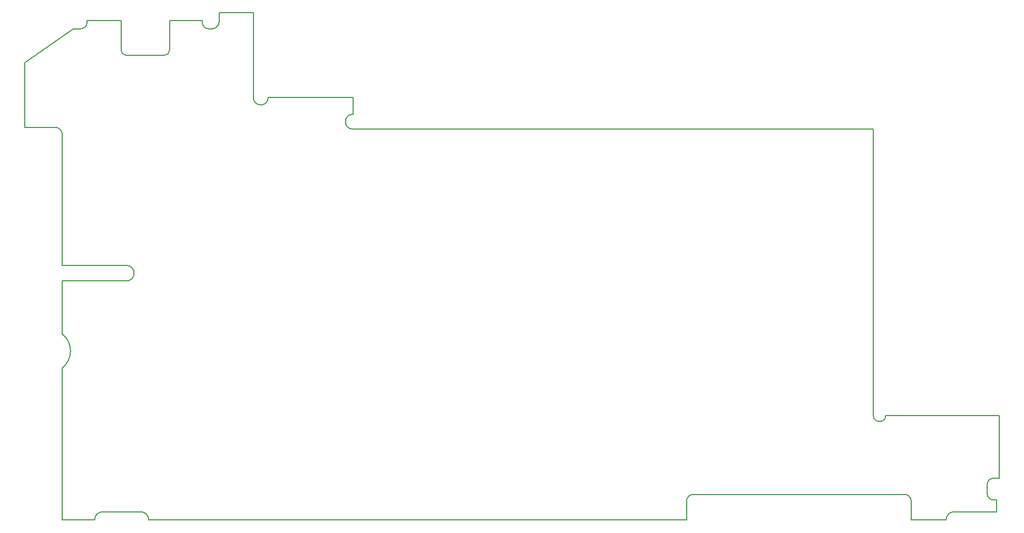
<source format=gm1>
G04 #@! TF.FileFunction,Profile,NP*
%FSLAX46Y46*%
G04 Gerber Fmt 4.6, Leading zero omitted, Abs format (unit mm)*
G04 Created by KiCad (PCBNEW 4.0.1-3.201512221402+6198~38~ubuntu14.04.1-stable) date Mon 18 Jan 2016 08:14:31 PM CET*
%MOMM*%
G01*
G04 APERTURE LIST*
%ADD10C,0.100000*%
%ADD11C,0.150000*%
G04 APERTURE END LIST*
D10*
D11*
X89003529Y-109102782D02*
G75*
G02X89000000Y-114600000I-2168593J-2747218D01*
G01*
X89000000Y-114600000D02*
X89000000Y-139000000D01*
X89000000Y-100600000D02*
X89000000Y-109100000D01*
X99300000Y-100600000D02*
G75*
G03X99300000Y-98100000I0J1250000D01*
G01*
X89000000Y-100600000D02*
X99300000Y-100600000D01*
X89000000Y-98100000D02*
X99300000Y-98100000D01*
X89000000Y-77000000D02*
G75*
G03X87900000Y-75900000I-1100000J0D01*
G01*
X90800000Y-60050000D02*
X83000000Y-65500000D01*
X92000000Y-60050000D02*
X90800000Y-60050000D01*
X114200000Y-58950000D02*
X114200000Y-57500000D01*
X112500000Y-60050000D02*
X113100000Y-60050000D01*
X113100000Y-60050000D02*
G75*
G03X114200000Y-58950000I0J1100000D01*
G01*
X119700000Y-71100000D02*
G75*
G03X122100000Y-71100000I1200000J0D01*
G01*
X135700000Y-73800000D02*
G75*
G03X135700000Y-76200000I0J-1200000D01*
G01*
X239500000Y-122200000D02*
X221300000Y-122200000D01*
X239500000Y-132300000D02*
X239500000Y-122200000D01*
X238600000Y-132300000D02*
X239500000Y-132300000D01*
X237600000Y-134800000D02*
X237600000Y-133300000D01*
X238600000Y-132300000D02*
G75*
G03X237600000Y-133300000I0J-1000000D01*
G01*
X237600000Y-134800000D02*
G75*
G03X238600000Y-135800000I1000000J0D01*
G01*
X239100000Y-135800000D02*
X238600000Y-135800000D01*
X225400000Y-136000000D02*
G75*
G03X224300000Y-134900000I-1100000J0D01*
G01*
X190400000Y-134900000D02*
G75*
G03X189300000Y-136000000I0J-1100000D01*
G01*
X239100000Y-137700000D02*
X239100000Y-135800000D01*
X232300000Y-137700000D02*
G75*
G03X231000000Y-139000000I0J-1300000D01*
G01*
X232300000Y-137700000D02*
X239100000Y-137700000D01*
X225400000Y-136000000D02*
X225400000Y-139000000D01*
X189300000Y-136000000D02*
X189300000Y-139000000D01*
X225400000Y-139000000D02*
X231000000Y-139000000D01*
X190400000Y-134900000D02*
X224300000Y-134900000D01*
X219300000Y-122200000D02*
G75*
G03X221300000Y-122200000I1000000J0D01*
G01*
X219300000Y-76200000D02*
X219300000Y-122200000D01*
X135700000Y-71100000D02*
X135700000Y-73800000D01*
X135700000Y-76200000D02*
X219300000Y-76200000D01*
X119700000Y-71100000D02*
X119700000Y-57500000D01*
X122100000Y-71100000D02*
X135700000Y-71100000D01*
X92000000Y-60050000D02*
G75*
G03X93000000Y-59050000I0J1000000D01*
G01*
X93000000Y-58700000D02*
X93000000Y-59050000D01*
X111500000Y-58700000D02*
X111500000Y-59050000D01*
X111500000Y-59050000D02*
G75*
G03X112500000Y-60050000I1000000J0D01*
G01*
X119700000Y-57500000D02*
X114200000Y-57500000D01*
X95500000Y-137700000D02*
X101600000Y-137700000D01*
X95500000Y-137700000D02*
G75*
G03X94200000Y-139000000I0J-1300000D01*
G01*
X102900000Y-139000000D02*
G75*
G03X101600000Y-137700000I-1300000J0D01*
G01*
X189300000Y-139000000D02*
X102900000Y-139000000D01*
X89000000Y-139000000D02*
X94200000Y-139000000D01*
X89000000Y-77000000D02*
X89000000Y-98100000D01*
X83000000Y-75900000D02*
X87900000Y-75900000D01*
X105450000Y-64300000D02*
X99250000Y-64300000D01*
X105450000Y-64300000D02*
G75*
G03X106250000Y-63500000I0J800000D01*
G01*
X98450000Y-63500000D02*
G75*
G03X99250000Y-64300000I800000J0D01*
G01*
X106250000Y-58700000D02*
X111500000Y-58700000D01*
X106250000Y-63500000D02*
X106250000Y-58700000D01*
X98450000Y-58700000D02*
X98450000Y-63500000D01*
X93000000Y-58700000D02*
X98450000Y-58700000D01*
X83000000Y-75900000D02*
X83000000Y-65500000D01*
M02*

</source>
